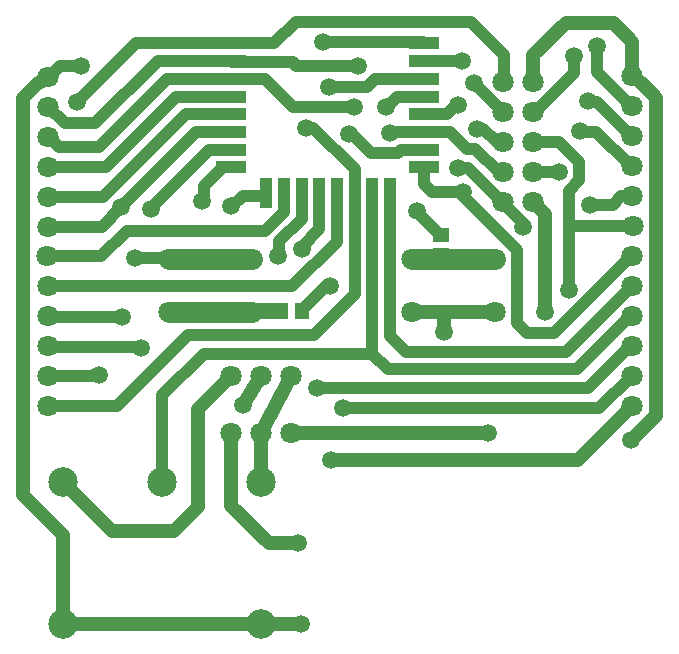
<source format=gtl>
G04*
G04 #@! TF.GenerationSoftware,Altium Limited,Altium Designer,19.1.9 (167)*
G04*
G04 Layer_Physical_Order=1*
G04 Layer_Color=255*
%FSLAX44Y44*%
%MOMM*%
G71*
G01*
G75*
%ADD19R,1.3500X1.1500*%
%ADD20R,2.5000X1.0000*%
%ADD21R,1.0000X2.5000*%
%ADD22R,1.1500X1.3500*%
%ADD23C,1.0000*%
%ADD24C,1.8000*%
%ADD25C,1.2000*%
%ADD26C,1.3500*%
%ADD27C,2.5000*%
%ADD28C,1.8000*%
%ADD29C,1.5000*%
G36*
X340250Y286500D02*
D01*
D02*
G37*
D19*
X364500Y334250D02*
D03*
X364500Y351750D02*
D03*
D20*
X350640Y408790D02*
D03*
Y423790D02*
D03*
X350640Y438790D02*
D03*
Y453790D02*
D03*
X350640Y468790D02*
D03*
Y483790D02*
D03*
Y498790D02*
D03*
X350640Y513790D02*
D03*
X187240Y453790D02*
D03*
Y468790D02*
D03*
Y483790D02*
D03*
Y498790D02*
D03*
Y513790D02*
D03*
Y438790D02*
D03*
Y423790D02*
D03*
Y408790D02*
D03*
D21*
X216640Y386790D02*
D03*
X231640D02*
D03*
X246640D02*
D03*
X261640D02*
D03*
X276640D02*
D03*
X291640D02*
D03*
X306640D02*
D03*
X321640D02*
D03*
D22*
X246750Y287000D02*
D03*
X229250Y287000D02*
D03*
D23*
X344250Y371000D02*
Y371500D01*
Y371000D02*
X363500Y351750D01*
X364500D01*
X443575Y454825D02*
X477301Y488551D01*
Y503299D01*
X32310Y485000D02*
X42310Y495000D01*
X417750Y480800D02*
Y504250D01*
X390000Y532000D02*
X417750Y504250D01*
X392250Y479987D02*
Y480000D01*
Y479987D02*
X416837Y455400D01*
X417600D01*
X464150Y404800D02*
X464350Y404600D01*
X443200Y404800D02*
X464150D01*
X443000Y404600D02*
X443200Y404800D01*
X417219Y378819D02*
X418451Y377587D01*
X416877Y378819D02*
X417219D01*
X387195Y408500D02*
X416877Y378819D01*
X418451Y376791D02*
Y377587D01*
Y376791D02*
X433791Y361450D01*
X413650Y404600D02*
X417600D01*
X393750Y424500D02*
X413650Y404600D01*
X386792Y424500D02*
X393750D01*
X412000Y430000D02*
X417600D01*
X400500Y441500D02*
X412000Y430000D01*
X395500Y441500D02*
X400500D01*
X443000Y430000D02*
X464750D01*
X481750Y413000D01*
X372502Y438790D02*
X386792Y424500D01*
X241750Y532000D02*
X390000D01*
X69749Y232999D02*
X74749D01*
X246748Y341351D02*
X261640Y356243D01*
X246748Y339998D02*
Y341351D01*
X498577Y204750D02*
X526098Y232271D01*
X281750Y204750D02*
X498577D01*
X56750Y464000D02*
X106540Y513790D01*
X72090Y446340D02*
X124750Y499000D01*
X74750Y426000D02*
X132540Y483790D01*
X46333Y446340D02*
X72090D01*
X473000Y305250D02*
Y389208D01*
X481750Y397958D01*
X476750Y358840D02*
X518980D01*
X490801Y377293D02*
X510312D01*
X517210Y384190D01*
X496750Y489357D02*
Y511500D01*
Y489357D02*
X526098Y460009D01*
X470164Y252537D02*
X526098Y308472D01*
X334963Y252537D02*
X470164D01*
X321750Y265750D02*
X334963Y252537D01*
X256750Y267000D02*
X291748Y301998D01*
X321750Y265750D02*
Y337050D01*
X460477Y268250D02*
X525735Y333508D01*
X437750Y268250D02*
X460477D01*
X428750Y277250D02*
X437750Y268250D01*
X428750Y277250D02*
Y323837D01*
X259500Y222250D02*
X272500D01*
X163750Y251000D02*
X306640D01*
X150750Y267000D02*
X256750D01*
X357457Y388293D02*
X383046D01*
X350640Y395110D02*
X357457Y388293D01*
X525735Y333508D02*
Y333693D01*
X317906Y460250D02*
X319259D01*
X327799Y468790D01*
X350640D01*
X428750Y323837D02*
Y339163D01*
X383046Y384867D02*
X428750Y339163D01*
X267000Y308250D02*
X270500D01*
X246750Y288000D02*
X267000Y308250D01*
X270040Y477047D02*
X301797D01*
X308540Y483790D01*
X239703Y460047D02*
X291042D01*
X215960Y483790D02*
X239703Y460047D01*
X287041Y436796D02*
X289454D01*
X305000Y421250D01*
X321250Y438250D02*
X321790Y438790D01*
X330832Y423790D02*
X350640D01*
X328292Y421250D02*
X330832Y423790D01*
X305000Y421250D02*
X328292D01*
X321790Y438790D02*
X350640D01*
X372502D01*
X383046Y384867D02*
Y388293D01*
X378750Y408500D02*
X387195D01*
X350640Y453790D02*
X369687D01*
X377647Y461750D01*
X379000D01*
X308540Y483790D02*
X350640D01*
Y395110D02*
Y408790D01*
Y498790D02*
X382107D01*
X242250Y495000D02*
X294750D01*
X118750Y374506D02*
X168034Y423790D01*
X187740Y498290D02*
X238960D01*
X349430Y515000D02*
X350640Y513790D01*
X162750Y380000D02*
X163707Y380957D01*
X187240Y483790D02*
X215960D01*
X256500Y442250D02*
X291640Y407110D01*
X226748Y333998D02*
X227705Y334955D01*
X216640Y384537D02*
Y386790D01*
X163707Y380957D02*
Y392757D01*
X168034Y423790D02*
X187240D01*
X261640Y356243D02*
Y386790D01*
X187240Y498790D02*
X187740Y498290D01*
X227705Y346414D02*
X246640Y365349D01*
X188103Y376000D02*
X196640Y384537D01*
X163707Y392757D02*
X179740Y408790D01*
X250250Y442250D02*
X256500D01*
X238960Y498290D02*
X242250Y495000D01*
X179740Y408790D02*
X187240D01*
X264750Y515000D02*
X349430D01*
X106540Y513790D02*
X187240D01*
X246640Y365349D02*
Y386790D01*
X291640D02*
Y407110D01*
X118750Y374000D02*
Y374506D01*
X227705Y334955D02*
Y346414D01*
X186750Y376000D02*
X188103D01*
X196640Y384537D02*
X216640D01*
X523250Y281000D02*
Y283500D01*
X480250Y238000D02*
X523250Y281000D01*
X319640Y238000D02*
X480250Y238000D01*
X524290Y257290D02*
X526480D01*
X489250Y222250D02*
X524290Y257290D01*
X272500Y222250D02*
X489250Y222250D01*
X306640Y251000D02*
X319640Y238000D01*
X464350Y404600D02*
X464750Y405000D01*
X481750Y397958D02*
Y413000D01*
X517210Y384190D02*
X518480D01*
X482250Y440000D02*
X483207Y439043D01*
X479750Y440000D02*
X482250D01*
X496664Y464043D02*
X525717Y434990D01*
X483207Y439043D02*
X496264D01*
X488750Y465000D02*
X489707Y464043D01*
X496664D01*
X525717Y434990D02*
X526480D01*
X496264Y439043D02*
X525717Y409590D01*
X526480D01*
X433791Y358605D02*
Y361450D01*
X428750Y323837D02*
X428750Y323837D01*
X231640Y370855D02*
Y386790D01*
X215785Y355000D02*
X231640Y370855D01*
X98750Y355000D02*
X215785D01*
X306640Y252000D02*
Y386790D01*
X291640Y320148D02*
Y386790D01*
X291748Y301998D02*
Y320040D01*
X291640Y320148D02*
X291748Y320040D01*
X321640Y337160D02*
X321750Y337050D01*
X321640Y337160D02*
Y386790D01*
X238832Y308040D02*
X276640Y345848D01*
X31570Y308040D02*
X238832D01*
X276640Y345848D02*
Y386790D01*
X105750Y332000D02*
X106000Y331750D01*
X134500D01*
X134750Y331500D01*
X42310Y495000D02*
X59750D01*
X31570Y485740D02*
X32310Y485000D01*
X223540Y513790D02*
X241750Y532000D01*
X187240Y513790D02*
X223540D01*
X69170Y232420D02*
X69749Y232999D01*
X32150Y232420D02*
X69170D01*
X31570Y231840D02*
X32150Y232420D01*
X32930Y282000D02*
X94750D01*
X31930Y283000D02*
X32930Y282000D01*
X124750Y499000D02*
X187030D01*
X132540Y483790D02*
X187240D01*
X41273Y426000D02*
X74750D01*
X140540Y468790D02*
X187240D01*
X81290Y409540D02*
X140540Y468790D01*
X31570Y409540D02*
X81290D01*
X148498Y453790D02*
X187240D01*
X78848Y384140D02*
X148498Y453790D01*
X31570Y384140D02*
X78848D01*
X77490Y358740D02*
X93750Y375000D01*
X31570Y358740D02*
X77490D01*
X157540Y438790D02*
X187240D01*
X93750Y375000D02*
X157540Y438790D01*
X32333Y460340D02*
X46333Y446340D01*
X31570Y460340D02*
X32333D01*
X32333Y434940D02*
X41273Y426000D01*
X31570Y434940D02*
X32333D01*
X31570Y282640D02*
X31930Y283000D01*
X32190Y256620D02*
X110130D01*
X110750Y256000D01*
X90190Y206440D02*
X150750Y267000D01*
X31570Y206440D02*
X90190D01*
X31570Y257240D02*
X32190Y256620D01*
X77140Y333390D02*
X98750Y355000D01*
X31070Y333390D02*
X77140D01*
X246750Y287000D02*
Y288000D01*
X128500Y215750D02*
X163750Y251000D01*
X128500Y142500D02*
Y215750D01*
X187030Y499000D02*
X187240Y498790D01*
D24*
X359750Y331500D02*
X410250D01*
X340250D02*
X359750D01*
X410250D02*
X410250Y331500D01*
X134750D02*
X204750D01*
X134750Y286500D02*
X204750D01*
D25*
X526750Y485790D02*
Y515250D01*
X443000Y504000D02*
X470250Y531250D01*
X443000Y480800D02*
Y504000D01*
X452500Y286250D02*
Y369700D01*
X443000Y379200D02*
X452500Y369700D01*
X245750Y22500D02*
X245750Y22500D01*
X212250Y22500D02*
X245750D01*
X470250Y531250D02*
X510750D01*
X271750Y161000D02*
X480990D01*
X526480Y206490D01*
X546480Y198730D02*
Y467967D01*
X525750Y178000D02*
X546480Y198730D01*
X186850Y122250D02*
X218674Y90426D01*
X186850Y122250D02*
Y183750D01*
X218674Y90426D02*
X243176D01*
X243750Y91000D01*
X44750Y22500D02*
Y97750D01*
X11000Y131500D02*
X44750Y97750D01*
X11000Y467347D02*
X23493Y479840D01*
X11000Y131500D02*
X11000Y467347D01*
X23493Y479840D02*
X24046D01*
X29946Y485740D01*
X31570D01*
X44750Y22500D02*
X212250D01*
X534557Y479890D02*
X546480Y467967D01*
X534003Y479890D02*
X534557D01*
X528103Y485790D02*
X534003Y479890D01*
X526750Y485790D02*
X528103D01*
X510750Y531250D02*
X526750Y515250D01*
X526480Y485790D02*
X526750D01*
X237900Y184000D02*
X404750D01*
X237650Y183750D02*
X237900Y184000D01*
X340250Y286500D02*
X367545D01*
X410250D01*
X367545Y269537D02*
Y286500D01*
X158750Y121000D02*
Y204400D01*
X138750Y101000D02*
X158750Y121000D01*
X86250Y101000D02*
X138750D01*
X196750Y208000D02*
X212250Y232500D01*
X44750Y142500D02*
X86250Y101000D01*
X158750Y204400D02*
X186850Y232500D01*
X212250Y183750D02*
X237650Y232500D01*
X212250Y142500D02*
Y183750D01*
D26*
X205250Y287000D02*
X226750D01*
X204750Y286500D02*
X205250Y287000D01*
D27*
X212250Y142500D02*
D03*
X128500D02*
D03*
X44750D02*
D03*
Y22500D02*
D03*
X212250D02*
D03*
D28*
X417600Y379200D02*
D03*
X443000Y379200D02*
D03*
X417600Y404600D02*
D03*
X443000Y404600D02*
D03*
Y480800D02*
D03*
X443000Y430000D02*
D03*
X443000Y455400D02*
D03*
X417600D02*
D03*
Y430000D02*
D03*
X417600Y480800D02*
D03*
X212250Y183750D02*
D03*
X237650Y183750D02*
D03*
X186850D02*
D03*
X212250Y232500D02*
D03*
X186850Y232500D02*
D03*
X237650Y232500D02*
D03*
X134750Y331500D02*
D03*
X134750Y286500D02*
D03*
X204750D02*
D03*
Y331500D02*
D03*
X410250Y286500D02*
D03*
X410250Y331500D02*
D03*
X340250Y331500D02*
D03*
Y286500D02*
D03*
X526480Y206490D02*
D03*
X526480Y231890D02*
D03*
Y257290D02*
D03*
X526480Y333490D02*
D03*
X526480Y308090D02*
D03*
X526480Y282690D02*
D03*
X526980Y358840D02*
D03*
X526480Y434990D02*
D03*
X526480Y409590D02*
D03*
X526480Y384190D02*
D03*
Y460390D02*
D03*
Y485790D02*
D03*
X31570Y485740D02*
D03*
Y460340D02*
D03*
Y434940D02*
D03*
X31570Y358740D02*
D03*
X31570Y384140D02*
D03*
X31570Y409540D02*
D03*
X31070Y333390D02*
D03*
X31570Y257240D02*
D03*
X31570Y282640D02*
D03*
X31570Y308040D02*
D03*
Y231840D02*
D03*
X31570Y206440D02*
D03*
D29*
X344250Y371500D02*
D03*
X245750Y22500D02*
D03*
X74749Y232999D02*
D03*
X271750Y161000D02*
D03*
X525750Y178000D02*
D03*
X243750Y91000D02*
D03*
X56750Y464000D02*
D03*
X473000Y305250D02*
D03*
X490801Y377293D02*
D03*
X477301Y503299D02*
D03*
X496750Y511500D02*
D03*
X404750Y184000D02*
D03*
X367545Y269537D02*
D03*
X281750Y204750D02*
D03*
X452500Y286250D02*
D03*
X433798Y358292D02*
D03*
X259500Y222250D02*
D03*
X270500Y308250D02*
D03*
X270040Y477047D02*
D03*
X291042Y460047D02*
D03*
X287041Y436796D02*
D03*
X321250Y438250D02*
D03*
X317906Y460250D02*
D03*
X383046Y388293D02*
D03*
X379000Y461750D02*
D03*
X378750Y408500D02*
D03*
X395500Y441500D02*
D03*
X392250Y480000D02*
D03*
X382107Y498790D02*
D03*
X246748Y339998D02*
D03*
X118750Y374000D02*
D03*
X226748Y333998D02*
D03*
X186750Y376000D02*
D03*
X294750Y495000D02*
D03*
X250250Y442250D02*
D03*
X264750Y515000D02*
D03*
X162750Y380000D02*
D03*
X464750Y405000D02*
D03*
X482250Y440000D02*
D03*
X488750Y465000D02*
D03*
X59750Y495000D02*
D03*
X94750Y282000D02*
D03*
X93750Y375000D02*
D03*
X105750Y332000D02*
D03*
X110750Y256000D02*
D03*
X196750Y208000D02*
D03*
M02*

</source>
